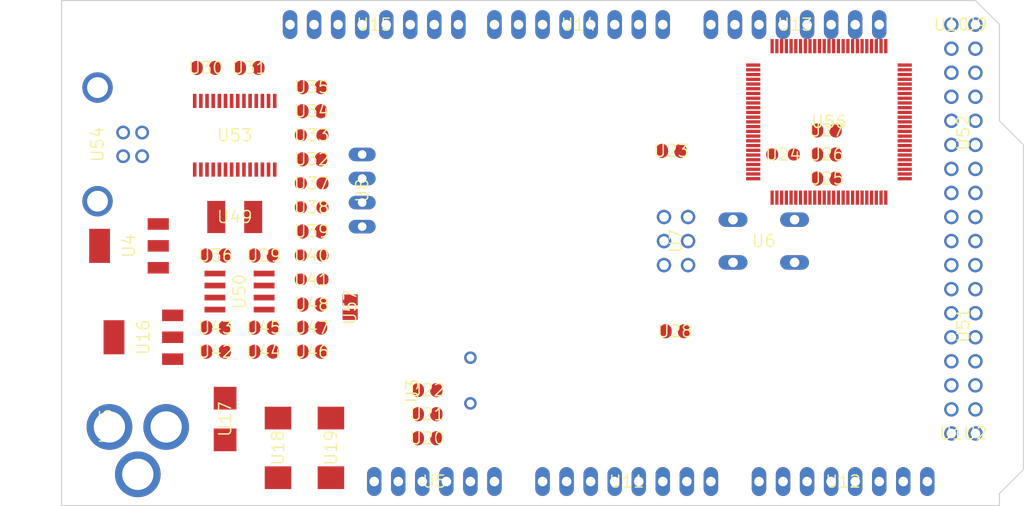
<source format=kicad_pcb>
(kicad_pcb (version 20221018) (generator pcbnew)
  (layers (0 "F.Cu" signal "Top") (31 "B.Cu" signal "Bottom") (34 "B.Paste" user) (35 "F.Paste" user) (36 "B.SilkS" user "B.Silkscreen") (37 "F.SilkS" user "F.Silkscreen") (38 "B.Mask" user) (39 "F.Mask" user) (44 "Edge.Cuts" user))
  (net 0 "")
  (net 1 "+5V")
  (net 2 "GND")
  (net 3 "N$6")
  (net 4 "N$7")
  (net 5 "AREF")
  (net 6 "RESET")
  (net 7 "VIN")
  (net 8 "N$3")
  (net 9 "PWRIN")
  (net 10 "M8RXD")
  (net 11 "M8TXD")
  (net 12 "ADC0")
  (net 13 "ADC2")
  (net 14 "ADC1")
  (net 15 "ADC3")
  (net 16 "ADC4")
  (net 17 "ADC5")
  (net 18 "ADC6")
  (net 19 "ADC7")
  (net 20 "+3V3")
  (net 21 "SDA")
  (net 22 "SCL")
  (net 23 "ADC9")
  (net 24 "ADC8")
  (net 25 "ADC10")
  (net 26 "ADC11")
  (net 27 "ADC12")
  (net 28 "ADC13")
  (net 29 "ADC14")
  (net 30 "ADC15")
  (net 31 "PB3")
  (net 32 "PB2")
  (net 33 "PB1")
  (net 34 "PB5")
  (net 35 "PB4")
  (net 36 "PE5")
  (net 37 "PE4")
  (net 38 "PE3")
  (net 39 "PE1")
  (net 40 "PE0")
  (net 41 "N$15")
  (net 42 "N$53")
  (net 43 "N$54")
  (net 44 "N$55")
  (net 45 "D-")
  (net 46 "D+")
  (net 47 "N$60")
  (net 48 "DTR")
  (net 49 "USBVCC")
  (net 50 "N$2")
  (net 51 "N$4")
  (net 52 "GATE_CMD")
  (net 53 "CMP")
  (net 54 "PB6")
  (net 55 "PH3")
  (net 56 "PH4")
  (net 57 "PH5")
  (net 58 "PH6")
  (net 59 "PG5")
  (net 60 "RXD1")
  (net 61 "TXD1")
  (net 62 "RXD2")
  (net 63 "RXD3")
  (net 64 "TXD2")
  (net 65 "TXD3")
  (net 66 "PC0")
  (net 67 "PC1")
  (net 68 "PC2")
  (net 69 "PC3")
  (net 70 "PC4")
  (net 71 "PC5")
  (net 72 "PC6")
  (net 73 "PC7")
  (net 74 "PB0")
  (net 75 "PG0")
  (net 76 "PG1")
  (net 77 "PG2")
  (net 78 "PD7")
  (net 79 "PA0")
  (net 80 "PA1")
  (net 81 "PA2")
  (net 82 "PA3")
  (net 83 "PA4")
  (net 84 "PA5")
  (net 85 "PA6")
  (net 86 "PA7")
  (net 87 "PL0")
  (net 88 "PL1")
  (net 89 "PL2")
  (net 90 "PL3")
  (net 91 "PL4")
  (net 92 "PL5")
  (net 93 "PL6")
  (net 94 "PL7")
  (net 95 "PB7")
  (net 96 "CTS")
  (net 97 "DSR")
  (net 98 "DCD")
  (net 99 "RI")
  (footprint "Arduino_MEGA_Reference_Design:2X03" (layer "F.Cu") (at 162.5981 103.7336 -90)
    (fp_text reference "U7")
    (fp_text value "")
  )
  (footprint "Arduino_MEGA_Reference_Design:1X08" (layer "F.Cu") (at 152.3111 80.8736 180)
    (fp_text reference "U14")
    (fp_text value "")
  )
  (footprint "Arduino_MEGA_Reference_Design:1X08" (layer "F.Cu") (at 130.7211 80.8736 180)
    (fp_text reference "U15")
    (fp_text value "")
  )
  (footprint "Arduino_MEGA_Reference_Design:SMC_D" (layer "F.Cu") (at 120.5611 125.5776 -90)
    (fp_text reference "U18")
    (fp_text value "")
  )
  (footprint "Arduino_MEGA_Reference_Design:SMC_D" (layer "F.Cu") (at 126.1491 125.5776 -90)
    (fp_text reference "U19")
    (fp_text value "")
  )
  (footprint "Arduino_MEGA_Reference_Design:B3F-10XX" (layer "F.Cu") (at 171.8691 103.7336 180)
    (fp_text reference "U6")
    (fp_text value "")
  )
  (footprint "Arduino_MEGA_Reference_Design:0805RND" (layer "F.Cu") (at 173.9011 94.5896 180)
    (fp_text reference "U24")
    (fp_text value "")
  )
  (footprint "Arduino_MEGA_Reference_Design:SMB" (layer "F.Cu") (at 114.9731 122.5296 -90)
    (fp_text reference "U17")
    (fp_text value "")
  )
  (footprint "Arduino_MEGA_Reference_Design:DC-21MM" (layer "F.Cu") (at 103.0351 123.2916 90)
    (fp_text reference "U55")
    (fp_text value "")
  )
  (footprint "Arduino_MEGA_Reference_Design:HC49_S" (layer "F.Cu") (at 140.8811 118.4656 90)
    (fp_text reference "U3")
    (fp_text value "")
  )
  (footprint "Arduino_MEGA_Reference_Design:SOT223" (layer "F.Cu") (at 106.3371 113.8936 90)
    (fp_text reference "U16")
    (fp_text value "")
  )
  (footprint "Arduino_MEGA_Reference_Design:1X06" (layer "F.Cu") (at 137.0711 129.1336)
    (fp_text reference "U5")
    (fp_text value "")
  )
  (footprint "Arduino_MEGA_Reference_Design:C0805RND" (layer "F.Cu") (at 124.1171 87.4776)
    (fp_text reference "U35")
    (fp_text value "")
  )
  (footprint "Arduino_MEGA_Reference_Design:C0805RND" (layer "F.Cu") (at 162.4711 113.2586)
    (fp_text reference "U28")
    (fp_text value "")
  )
  (footprint "Arduino_MEGA_Reference_Design:C0805RND" (layer "F.Cu") (at 136.3091 122.0216)
    (fp_text reference "U21")
    (fp_text value "")
  )
  (footprint "Arduino_MEGA_Reference_Design:C0805RND" (layer "F.Cu") (at 136.3091 119.4816)
    (fp_text reference "U22")
    (fp_text value "")
  )
  (footprint "Arduino_MEGA_Reference_Design:C0805RND" (layer "F.Cu") (at 113.9571 112.8776)
    (fp_text reference "U43")
    (fp_text value "")
  )
  (footprint "Arduino_MEGA_Reference_Design:RCL_0805RND" (layer "F.Cu") (at 124.1171 105.2576)
    (fp_text reference "U40")
    (fp_text value "")
  )
  (footprint "Arduino_MEGA_Reference_Design:RCL_0805RND" (layer "F.Cu") (at 124.1171 107.7976)
    (fp_text reference "U41")
    (fp_text value "")
  )
  (footprint "Arduino_MEGA_Reference_Design:1X08" (layer "F.Cu") (at 157.3911 129.1336)
    (fp_text reference "U11")
    (fp_text value "")
  )
  (footprint "Arduino_MEGA_Reference_Design:1X08" (layer "F.Cu") (at 175.1711 80.8736 180)
    (fp_text reference "U13")
    (fp_text value "")
  )
  (footprint "Arduino_MEGA_Reference_Design:R0805RND" (layer "F.Cu") (at 178.4731 94.5896 180)
    (fp_text reference "U26")
    (fp_text value "")
  )
  (footprint "Arduino_MEGA_Reference_Design:R0805RND" (layer "F.Cu") (at 178.4731 92.0496 180)
    (fp_text reference "U27")
    (fp_text value "")
  )
  (footprint "Arduino_MEGA_Reference_Design:TQFP100" (layer "F.Cu") (at 178.7510986328125 91.14759826660156 0)
    (fp_text reference "U56")
    (fp_text value "")
  )
  (footprint "Arduino_MEGA_Reference_Design:C0805RND" (layer "F.Cu") (at 162.0901 94.2086 180)
    (fp_text reference "U23")
    (fp_text value "")
  )
  (footprint "Arduino_MEGA_Reference_Design:C0805RND" (layer "F.Cu") (at 136.3091 124.5616)
    (fp_text reference "U20")
    (fp_text value "")
  )
  (footprint "Arduino_MEGA_Reference_Design:1X08" (layer "F.Cu") (at 180.2511 129.1336)
    (fp_text reference "U12")
    (fp_text value "")
  )
  (footprint "Arduino_MEGA_Reference_Design:R0805RND" (layer "F.Cu") (at 124.1171 112.8776)
    (fp_text reference "U47")
    (fp_text value "")
  )
  (footprint "Arduino_MEGA_Reference_Design:C0805RND" (layer "F.Cu") (at 124.1171 115.4176)
    (fp_text reference "U46")
    (fp_text value "")
  )
  (footprint "Arduino_MEGA_Reference_Design:C0805RND" (layer "F.Cu") (at 113.9571 105.2576)
    (fp_text reference "U36")
    (fp_text value "")
  )
  (footprint "Arduino_MEGA_Reference_Design:C0805RND" (layer "F.Cu") (at 112.9411 85.4456)
    (fp_text reference "U30")
    (fp_text value "")
  )
  (footprint "Arduino_MEGA_Reference_Design:0805RND" (layer "F.Cu") (at 124.1171 100.1776 180)
    (fp_text reference "U38")
    (fp_text value "")
  )
  (footprint "Arduino_MEGA_Reference_Design:0805RND" (layer "F.Cu") (at 124.1171 97.6376 180)
    (fp_text reference "U37")
    (fp_text value "")
  )
  (footprint "Arduino_MEGA_Reference_Design:R0805RND" (layer "F.Cu") (at 124.1171 95.0976)
    (fp_text reference "U32")
    (fp_text value "")
  )
  (footprint "Arduino_MEGA_Reference_Design:R0805RND" (layer "F.Cu") (at 124.1171 102.7176)
    (fp_text reference "U39")
    (fp_text value "")
  )
  (footprint "Arduino_MEGA_Reference_Design:SSOP28" (layer "F.Cu") (at 115.9891 92.5576)
    (fp_text reference "U53")
    (fp_text value "")
  )
  (footprint "Arduino_MEGA_Reference_Design:PN61729" (layer "F.Cu") (at 98.9584 93.5228 -90)
    (fp_text reference "U54")
    (fp_text value "")
  )
  (footprint "Arduino_MEGA_Reference_Design:L1812" (layer "F.Cu") (at 115.9891 101.1936)
    (fp_text reference "U49")
    (fp_text value "")
  )
  (footprint "Arduino_MEGA_Reference_Design:C0805RND" (layer "F.Cu") (at 117.5131 85.4456)
    (fp_text reference "U31")
    (fp_text value "")
  )
  (footprint "Arduino_MEGA_Reference_Design:0805RND" (layer "F.Cu") (at 124.1171 92.5576 180)
    (fp_text reference "U33")
    (fp_text value "")
  )
  (footprint "Arduino_MEGA_Reference_Design:R0805RND" (layer "F.Cu") (at 124.1171 90.0176 180)
    (fp_text reference "U34")
    (fp_text value "")
  )
  (footprint "Arduino_MEGA_Reference_Design:C0805RND" (layer "F.Cu") (at 124.1171 110.4392 180)
    (fp_text reference "U48")
    (fp_text value "")
  )
  (footprint "Arduino_MEGA_Reference_Design:SOT223" (layer "F.Cu") (at 104.8131 104.2416 90)
    (fp_text reference "U4")
    (fp_text value "")
  )
  (footprint "Arduino_MEGA_Reference_Design:SO08" (layer "F.Cu") (at 116.4971 109.0676 -90)
    (fp_text reference "U50")
    (fp_text value "")
  )
  (footprint "Arduino_MEGA_Reference_Design:R0805RND" (layer "F.Cu") (at 113.9571 115.4176 180)
    (fp_text reference "U42")
    (fp_text value "")
  )
  (footprint "Arduino_MEGA_Reference_Design:R0805RND" (layer "F.Cu") (at 119.0371 112.8776 180)
    (fp_text reference "U45")
    (fp_text value "")
  )
  (footprint "Arduino_MEGA_Reference_Design:C0805RND" (layer "F.Cu") (at 119.0371 115.4176 180)
    (fp_text reference "U44")
    (fp_text value "")
  )
  (footprint "Arduino_MEGA_Reference_Design:C0805RND" (layer "F.Cu") (at 119.0371 105.2576)
    (fp_text reference "U29")
    (fp_text value "")
  )
  (footprint "Arduino_MEGA_Reference_Design:2X08" (layer "F.Cu") (at 192.9511 92.3036 90)
    (fp_text reference "U52")
    (fp_text value "")
  )
  (footprint "Arduino_MEGA_Reference_Design:2X08" (layer "F.Cu") (at 192.9511 112.6236 90)
    (fp_text reference "U51")
    (fp_text value "")
  )
  (footprint "Arduino_MEGA_Reference_Design:R0805RND" (layer "F.Cu") (at 178.4731 97.1296 180)
    (fp_text reference "U25")
    (fp_text value "")
  )
  (footprint "Arduino_MEGA_Reference_Design:1X01" (layer "F.Cu") (at 191.6811 80.8736)
    (fp_text reference "U10")
    (fp_text value "")
  )
  (footprint "Arduino_MEGA_Reference_Design:1X01" (layer "F.Cu") (at 194.2211 80.8736)
    (fp_text reference "U9")
    (fp_text value "")
  )
  (footprint "Arduino_MEGA_Reference_Design:1X01" (layer "F.Cu") (at 191.6811 124.0536)
    (fp_text reference "U1")
    (fp_text value "")
  )
  (footprint "Arduino_MEGA_Reference_Design:1X01" (layer "F.Cu") (at 194.2211 124.0536)
    (fp_text reference "U2")
    (fp_text value "")
  )
  (footprint "Arduino_MEGA_Reference_Design:SJ" (layer "F.Cu") (at 128.1811 110.7186 -90)
    (fp_text reference "U57")
    (fp_text value "")
  )
  (footprint "Arduino_MEGA_Reference_Design:JP4" (layer "F.Cu") (at 129.4511 98.3996 -90)
    (fp_text reference "U8")
    (fp_text value "")
  )
  (gr_line (start 196.7611 80.8736) (end 196.7611 91.0336) (layer "Edge.Cuts") (width 0.12))
  (gr_line (start 196.7611 130.4036) (end 196.7611 131.6736) (layer "Edge.Cuts") (width 0.12))
  (gr_line (start 194.2211 78.3336) (end 196.7611 80.8736) (layer "Edge.Cuts") (width 0.12))
  (gr_line (start 97.7011 78.3336) (end 194.2211 78.3336) (layer "Edge.Cuts") (width 0.12))
  (gr_line (start 196.7611 91.0336) (end 199.3011 93.5736) (layer "Edge.Cuts") (width 0.12))
  (gr_line (start 97.7011 131.6736) (end 97.7011 78.3336) (layer "Edge.Cuts") (width 0.12))
  (gr_line (start 196.7611 131.6736) (end 97.7011 131.6736) (layer "Edge.Cuts") (width 0.12))
  (gr_line (start 199.3011 93.5736) (end 199.3011 127.8636) (layer "Edge.Cuts") (width 0.12))
  (gr_line (start 199.3011 127.8636) (end 196.7611 130.4036) (layer "Edge.Cuts") (width 0.12))
)
</source>
